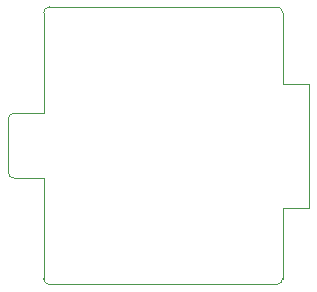
<source format=gbr>
%TF.GenerationSoftware,KiCad,Pcbnew,6.0.4*%
%TF.CreationDate,2022-06-17T00:24:20+08:00*%
%TF.ProjectId,holocubic,686f6c6f-6375-4626-9963-2e6b69636164,rev?*%
%TF.SameCoordinates,Original*%
%TF.FileFunction,Profile,NP*%
%FSLAX46Y46*%
G04 Gerber Fmt 4.6, Leading zero omitted, Abs format (unit mm)*
G04 Created by KiCad (PCBNEW 6.0.4) date 2022-06-17 00:24:20*
%MOMM*%
%LPD*%
G01*
G04 APERTURE LIST*
%TA.AperFunction,Profile*%
%ADD10C,0.100000*%
%TD*%
G04 APERTURE END LIST*
D10*
X142746447Y-96500000D02*
X123500000Y-96500000D01*
X123500000Y-120000000D02*
X142750000Y-120000000D01*
X145500000Y-103000000D02*
X143250000Y-103000000D01*
X120000000Y-106000000D02*
X120000000Y-110500000D01*
X120500000Y-111000000D02*
X123000000Y-111000000D01*
X120000000Y-110500000D02*
G75*
G03*
X120500000Y-111000000I500000J0D01*
G01*
X123000000Y-105500000D02*
X120500000Y-105500000D01*
X143250000Y-119500000D02*
X143250000Y-113500000D01*
X143250000Y-103000000D02*
X143246447Y-97000000D01*
X143250000Y-113500000D02*
X145500000Y-113500000D01*
X123000000Y-111000000D02*
X123000000Y-119500000D01*
X123500000Y-96500000D02*
G75*
G03*
X123000000Y-97000000I0J-500000D01*
G01*
X123000000Y-97000000D02*
X123000000Y-105500000D01*
X142750000Y-120000000D02*
G75*
G03*
X143250000Y-119500000I0J500000D01*
G01*
X123000000Y-119500000D02*
G75*
G03*
X123500000Y-120000000I500000J0D01*
G01*
X145500000Y-113500000D02*
X145500000Y-103000000D01*
X143246400Y-97000000D02*
G75*
G03*
X142746447Y-96500000I-500000J0D01*
G01*
X120500000Y-105500000D02*
G75*
G03*
X120000000Y-106000000I0J-500000D01*
G01*
M02*

</source>
